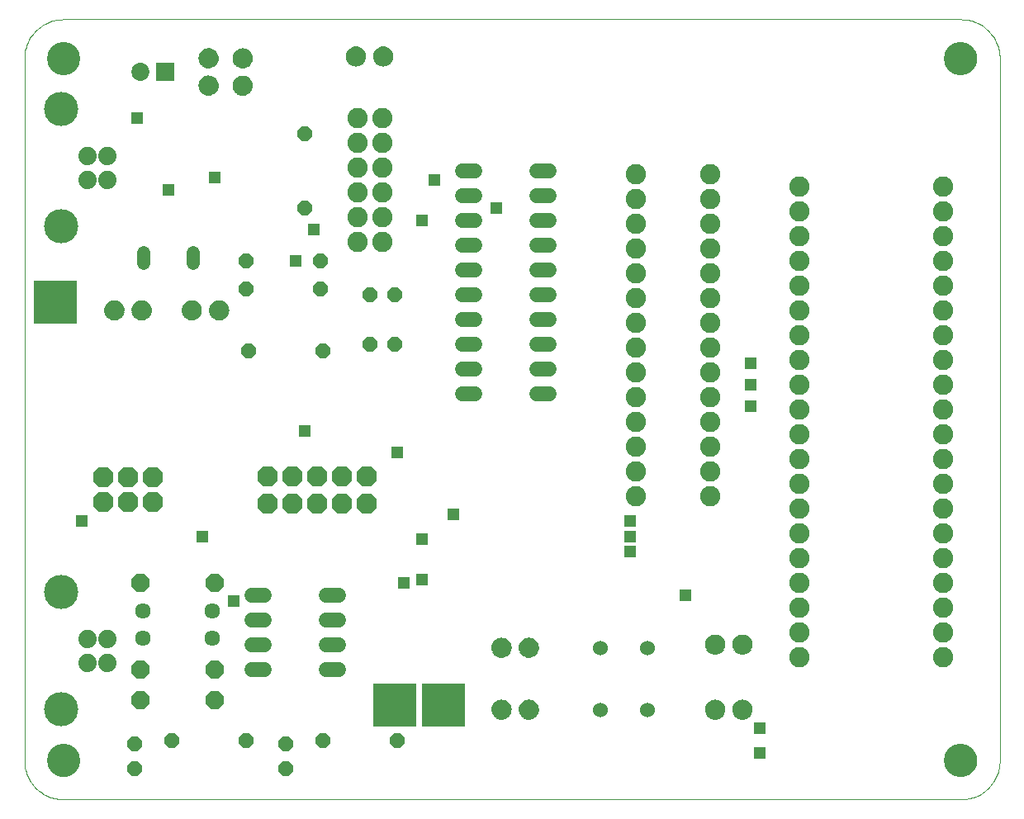
<source format=gbs>
G75*
G70*
%OFA0B0*%
%FSLAX24Y24*%
%IPPOS*%
%LPD*%
%AMOC8*
5,1,8,0,0,1.08239X$1,22.5*
%
%ADD10C,0.0000*%
%ADD11C,0.1340*%
%ADD12C,0.0520*%
%ADD13C,0.0050*%
%ADD14C,0.0740*%
%ADD15C,0.1380*%
%ADD16OC8,0.0600*%
%ADD17C,0.0730*%
%ADD18R,0.0730X0.0730*%
%ADD19C,0.0600*%
%ADD20C,0.0634*%
%ADD21OC8,0.0820*%
%ADD22OC8,0.0740*%
%ADD23C,0.0820*%
%ADD24C,0.0600*%
%ADD25R,0.0476X0.0476*%
%ADD26R,0.1740X0.1740*%
D10*
X006206Y003416D02*
X042426Y003416D01*
X041796Y004990D02*
X041798Y005040D01*
X041804Y005090D01*
X041814Y005139D01*
X041828Y005187D01*
X041845Y005234D01*
X041866Y005279D01*
X041891Y005323D01*
X041919Y005364D01*
X041951Y005403D01*
X041985Y005440D01*
X042022Y005474D01*
X042062Y005504D01*
X042104Y005531D01*
X042148Y005555D01*
X042194Y005576D01*
X042241Y005592D01*
X042289Y005605D01*
X042339Y005614D01*
X042388Y005619D01*
X042439Y005620D01*
X042489Y005617D01*
X042538Y005610D01*
X042587Y005599D01*
X042635Y005584D01*
X042681Y005566D01*
X042726Y005544D01*
X042769Y005518D01*
X042810Y005489D01*
X042849Y005457D01*
X042885Y005422D01*
X042917Y005384D01*
X042947Y005344D01*
X042974Y005301D01*
X042997Y005257D01*
X043016Y005211D01*
X043032Y005163D01*
X043044Y005114D01*
X043052Y005065D01*
X043056Y005015D01*
X043056Y004965D01*
X043052Y004915D01*
X043044Y004866D01*
X043032Y004817D01*
X043016Y004769D01*
X042997Y004723D01*
X042974Y004679D01*
X042947Y004636D01*
X042917Y004596D01*
X042885Y004558D01*
X042849Y004523D01*
X042810Y004491D01*
X042769Y004462D01*
X042726Y004436D01*
X042681Y004414D01*
X042635Y004396D01*
X042587Y004381D01*
X042538Y004370D01*
X042489Y004363D01*
X042439Y004360D01*
X042388Y004361D01*
X042339Y004366D01*
X042289Y004375D01*
X042241Y004388D01*
X042194Y004404D01*
X042148Y004425D01*
X042104Y004449D01*
X042062Y004476D01*
X042022Y004506D01*
X041985Y004540D01*
X041951Y004577D01*
X041919Y004616D01*
X041891Y004657D01*
X041866Y004701D01*
X041845Y004746D01*
X041828Y004793D01*
X041814Y004841D01*
X041804Y004890D01*
X041798Y004940D01*
X041796Y004990D01*
X042426Y003415D02*
X042503Y003417D01*
X042580Y003423D01*
X042657Y003432D01*
X042733Y003445D01*
X042809Y003462D01*
X042883Y003483D01*
X042957Y003507D01*
X043029Y003535D01*
X043099Y003566D01*
X043168Y003601D01*
X043236Y003639D01*
X043301Y003680D01*
X043364Y003725D01*
X043425Y003773D01*
X043484Y003823D01*
X043540Y003876D01*
X043593Y003932D01*
X043643Y003991D01*
X043691Y004052D01*
X043736Y004115D01*
X043777Y004180D01*
X043815Y004248D01*
X043850Y004317D01*
X043881Y004387D01*
X043909Y004459D01*
X043933Y004533D01*
X043954Y004607D01*
X043971Y004683D01*
X043984Y004759D01*
X043993Y004836D01*
X043999Y004913D01*
X044001Y004990D01*
X044001Y033337D01*
X041796Y033337D02*
X041798Y033387D01*
X041804Y033437D01*
X041814Y033486D01*
X041828Y033534D01*
X041845Y033581D01*
X041866Y033626D01*
X041891Y033670D01*
X041919Y033711D01*
X041951Y033750D01*
X041985Y033787D01*
X042022Y033821D01*
X042062Y033851D01*
X042104Y033878D01*
X042148Y033902D01*
X042194Y033923D01*
X042241Y033939D01*
X042289Y033952D01*
X042339Y033961D01*
X042388Y033966D01*
X042439Y033967D01*
X042489Y033964D01*
X042538Y033957D01*
X042587Y033946D01*
X042635Y033931D01*
X042681Y033913D01*
X042726Y033891D01*
X042769Y033865D01*
X042810Y033836D01*
X042849Y033804D01*
X042885Y033769D01*
X042917Y033731D01*
X042947Y033691D01*
X042974Y033648D01*
X042997Y033604D01*
X043016Y033558D01*
X043032Y033510D01*
X043044Y033461D01*
X043052Y033412D01*
X043056Y033362D01*
X043056Y033312D01*
X043052Y033262D01*
X043044Y033213D01*
X043032Y033164D01*
X043016Y033116D01*
X042997Y033070D01*
X042974Y033026D01*
X042947Y032983D01*
X042917Y032943D01*
X042885Y032905D01*
X042849Y032870D01*
X042810Y032838D01*
X042769Y032809D01*
X042726Y032783D01*
X042681Y032761D01*
X042635Y032743D01*
X042587Y032728D01*
X042538Y032717D01*
X042489Y032710D01*
X042439Y032707D01*
X042388Y032708D01*
X042339Y032713D01*
X042289Y032722D01*
X042241Y032735D01*
X042194Y032751D01*
X042148Y032772D01*
X042104Y032796D01*
X042062Y032823D01*
X042022Y032853D01*
X041985Y032887D01*
X041951Y032924D01*
X041919Y032963D01*
X041891Y033004D01*
X041866Y033048D01*
X041845Y033093D01*
X041828Y033140D01*
X041814Y033188D01*
X041804Y033237D01*
X041798Y033287D01*
X041796Y033337D01*
X042426Y034912D02*
X042503Y034910D01*
X042580Y034904D01*
X042657Y034895D01*
X042733Y034882D01*
X042809Y034865D01*
X042883Y034844D01*
X042957Y034820D01*
X043029Y034792D01*
X043099Y034761D01*
X043168Y034726D01*
X043236Y034688D01*
X043301Y034647D01*
X043364Y034602D01*
X043425Y034554D01*
X043484Y034504D01*
X043540Y034451D01*
X043593Y034395D01*
X043643Y034336D01*
X043691Y034275D01*
X043736Y034212D01*
X043777Y034147D01*
X043815Y034079D01*
X043850Y034010D01*
X043881Y033940D01*
X043909Y033868D01*
X043933Y033794D01*
X043954Y033720D01*
X043971Y033644D01*
X043984Y033568D01*
X043993Y033491D01*
X043999Y033414D01*
X044001Y033337D01*
X042426Y034912D02*
X006206Y034912D01*
X005576Y033337D02*
X005578Y033387D01*
X005584Y033437D01*
X005594Y033486D01*
X005608Y033534D01*
X005625Y033581D01*
X005646Y033626D01*
X005671Y033670D01*
X005699Y033711D01*
X005731Y033750D01*
X005765Y033787D01*
X005802Y033821D01*
X005842Y033851D01*
X005884Y033878D01*
X005928Y033902D01*
X005974Y033923D01*
X006021Y033939D01*
X006069Y033952D01*
X006119Y033961D01*
X006168Y033966D01*
X006219Y033967D01*
X006269Y033964D01*
X006318Y033957D01*
X006367Y033946D01*
X006415Y033931D01*
X006461Y033913D01*
X006506Y033891D01*
X006549Y033865D01*
X006590Y033836D01*
X006629Y033804D01*
X006665Y033769D01*
X006697Y033731D01*
X006727Y033691D01*
X006754Y033648D01*
X006777Y033604D01*
X006796Y033558D01*
X006812Y033510D01*
X006824Y033461D01*
X006832Y033412D01*
X006836Y033362D01*
X006836Y033312D01*
X006832Y033262D01*
X006824Y033213D01*
X006812Y033164D01*
X006796Y033116D01*
X006777Y033070D01*
X006754Y033026D01*
X006727Y032983D01*
X006697Y032943D01*
X006665Y032905D01*
X006629Y032870D01*
X006590Y032838D01*
X006549Y032809D01*
X006506Y032783D01*
X006461Y032761D01*
X006415Y032743D01*
X006367Y032728D01*
X006318Y032717D01*
X006269Y032710D01*
X006219Y032707D01*
X006168Y032708D01*
X006119Y032713D01*
X006069Y032722D01*
X006021Y032735D01*
X005974Y032751D01*
X005928Y032772D01*
X005884Y032796D01*
X005842Y032823D01*
X005802Y032853D01*
X005765Y032887D01*
X005731Y032924D01*
X005699Y032963D01*
X005671Y033004D01*
X005646Y033048D01*
X005625Y033093D01*
X005608Y033140D01*
X005594Y033188D01*
X005584Y033237D01*
X005578Y033287D01*
X005576Y033337D01*
X004631Y033337D02*
X004633Y033414D01*
X004639Y033491D01*
X004648Y033568D01*
X004661Y033644D01*
X004678Y033720D01*
X004699Y033794D01*
X004723Y033868D01*
X004751Y033940D01*
X004782Y034010D01*
X004817Y034079D01*
X004855Y034147D01*
X004896Y034212D01*
X004941Y034275D01*
X004989Y034336D01*
X005039Y034395D01*
X005092Y034451D01*
X005148Y034504D01*
X005207Y034554D01*
X005268Y034602D01*
X005331Y034647D01*
X005396Y034688D01*
X005464Y034726D01*
X005533Y034761D01*
X005603Y034792D01*
X005675Y034820D01*
X005749Y034844D01*
X005823Y034865D01*
X005899Y034882D01*
X005975Y034895D01*
X006052Y034904D01*
X006129Y034910D01*
X006206Y034912D01*
X004631Y033337D02*
X004631Y004990D01*
X005576Y004990D02*
X005578Y005040D01*
X005584Y005090D01*
X005594Y005139D01*
X005608Y005187D01*
X005625Y005234D01*
X005646Y005279D01*
X005671Y005323D01*
X005699Y005364D01*
X005731Y005403D01*
X005765Y005440D01*
X005802Y005474D01*
X005842Y005504D01*
X005884Y005531D01*
X005928Y005555D01*
X005974Y005576D01*
X006021Y005592D01*
X006069Y005605D01*
X006119Y005614D01*
X006168Y005619D01*
X006219Y005620D01*
X006269Y005617D01*
X006318Y005610D01*
X006367Y005599D01*
X006415Y005584D01*
X006461Y005566D01*
X006506Y005544D01*
X006549Y005518D01*
X006590Y005489D01*
X006629Y005457D01*
X006665Y005422D01*
X006697Y005384D01*
X006727Y005344D01*
X006754Y005301D01*
X006777Y005257D01*
X006796Y005211D01*
X006812Y005163D01*
X006824Y005114D01*
X006832Y005065D01*
X006836Y005015D01*
X006836Y004965D01*
X006832Y004915D01*
X006824Y004866D01*
X006812Y004817D01*
X006796Y004769D01*
X006777Y004723D01*
X006754Y004679D01*
X006727Y004636D01*
X006697Y004596D01*
X006665Y004558D01*
X006629Y004523D01*
X006590Y004491D01*
X006549Y004462D01*
X006506Y004436D01*
X006461Y004414D01*
X006415Y004396D01*
X006367Y004381D01*
X006318Y004370D01*
X006269Y004363D01*
X006219Y004360D01*
X006168Y004361D01*
X006119Y004366D01*
X006069Y004375D01*
X006021Y004388D01*
X005974Y004404D01*
X005928Y004425D01*
X005884Y004449D01*
X005842Y004476D01*
X005802Y004506D01*
X005765Y004540D01*
X005731Y004577D01*
X005699Y004616D01*
X005671Y004657D01*
X005646Y004701D01*
X005625Y004746D01*
X005608Y004793D01*
X005594Y004841D01*
X005584Y004890D01*
X005578Y004940D01*
X005576Y004990D01*
X004631Y004990D02*
X004633Y004913D01*
X004639Y004836D01*
X004648Y004759D01*
X004661Y004683D01*
X004678Y004607D01*
X004699Y004533D01*
X004723Y004459D01*
X004751Y004387D01*
X004782Y004317D01*
X004817Y004248D01*
X004855Y004180D01*
X004896Y004115D01*
X004941Y004052D01*
X004989Y003991D01*
X005039Y003932D01*
X005092Y003876D01*
X005148Y003823D01*
X005207Y003773D01*
X005268Y003725D01*
X005331Y003680D01*
X005396Y003639D01*
X005464Y003601D01*
X005533Y003566D01*
X005603Y003535D01*
X005675Y003507D01*
X005749Y003483D01*
X005823Y003462D01*
X005899Y003445D01*
X005975Y003432D01*
X006052Y003423D01*
X006129Y003417D01*
X006206Y003415D01*
D11*
X006206Y004990D03*
X042426Y004990D03*
X042426Y033337D03*
X006206Y033337D03*
D12*
X009441Y025509D02*
X009441Y025069D01*
X011441Y025069D02*
X011441Y025509D01*
D13*
X011388Y023541D02*
X011454Y023534D01*
X011517Y023516D01*
X011577Y023487D01*
X011630Y023448D01*
X011677Y023401D01*
X011714Y023346D01*
X011741Y023286D01*
X011757Y023222D01*
X011762Y023156D01*
X011754Y023084D01*
X011732Y023015D01*
X011697Y022951D01*
X011651Y022896D01*
X011594Y022851D01*
X011530Y022817D01*
X011461Y022797D01*
X011389Y022791D01*
X011316Y022797D01*
X011246Y022817D01*
X011182Y022850D01*
X011125Y022896D01*
X011078Y022951D01*
X011043Y023015D01*
X011021Y023084D01*
X011013Y023157D01*
X011018Y023223D01*
X011034Y023287D01*
X011061Y023347D01*
X011099Y023402D01*
X011145Y023449D01*
X011199Y023488D01*
X011258Y023516D01*
X011322Y023534D01*
X011388Y023541D01*
X011446Y023535D02*
X011328Y023535D01*
X011197Y023486D02*
X011578Y023486D01*
X011641Y023438D02*
X011134Y023438D01*
X011090Y023389D02*
X011684Y023389D01*
X011716Y023341D02*
X011059Y023341D01*
X011037Y023292D02*
X011738Y023292D01*
X011751Y023244D02*
X011023Y023244D01*
X011016Y023195D02*
X011759Y023195D01*
X011761Y023147D02*
X011014Y023147D01*
X011019Y023098D02*
X011755Y023098D01*
X011743Y023050D02*
X011032Y023050D01*
X011051Y023001D02*
X011725Y023001D01*
X011698Y022953D02*
X011077Y022953D01*
X011118Y022904D02*
X011658Y022904D01*
X011601Y022856D02*
X011175Y022856D01*
X011280Y022807D02*
X011496Y022807D01*
X012145Y023015D02*
X012123Y023084D01*
X012115Y023157D01*
X012120Y023223D01*
X012136Y023287D01*
X012163Y023347D01*
X012201Y023402D01*
X012247Y023449D01*
X012301Y023488D01*
X012360Y023516D01*
X012424Y023534D01*
X012490Y023541D01*
X012556Y023534D01*
X012619Y023516D01*
X012679Y023487D01*
X012732Y023448D01*
X012779Y023401D01*
X012816Y023346D01*
X012843Y023286D01*
X012859Y023222D01*
X012864Y023156D01*
X012856Y023084D01*
X012834Y023015D01*
X012799Y022951D01*
X012753Y022896D01*
X012696Y022851D01*
X012632Y022817D01*
X012563Y022797D01*
X012491Y022791D01*
X012418Y022797D01*
X012348Y022817D01*
X012284Y022850D01*
X012227Y022896D01*
X012180Y022951D01*
X012145Y023015D01*
X012153Y023001D02*
X012827Y023001D01*
X012845Y023050D02*
X012134Y023050D01*
X012121Y023098D02*
X012858Y023098D01*
X012863Y023147D02*
X012116Y023147D01*
X012118Y023195D02*
X012861Y023195D01*
X012853Y023244D02*
X012125Y023244D01*
X012139Y023292D02*
X012840Y023292D01*
X012818Y023341D02*
X012161Y023341D01*
X012192Y023389D02*
X012786Y023389D01*
X012743Y023438D02*
X012236Y023438D01*
X012299Y023486D02*
X012680Y023486D01*
X012548Y023535D02*
X012430Y023535D01*
X012179Y022953D02*
X012800Y022953D01*
X012760Y022904D02*
X012220Y022904D01*
X012277Y022856D02*
X012703Y022856D01*
X012598Y022807D02*
X012382Y022807D01*
X009733Y023098D02*
X008996Y023098D01*
X008998Y023084D02*
X008990Y023157D01*
X008995Y023223D01*
X009011Y023287D01*
X009038Y023347D01*
X009076Y023402D01*
X009122Y023449D01*
X009176Y023488D01*
X009235Y023516D01*
X009299Y023534D01*
X009365Y023541D01*
X009431Y023534D01*
X009494Y023516D01*
X009554Y023487D01*
X009607Y023448D01*
X009654Y023401D01*
X009691Y023346D01*
X009718Y023286D01*
X009734Y023222D01*
X009739Y023156D01*
X009731Y023084D01*
X009709Y023015D01*
X009674Y022951D01*
X009628Y022896D01*
X009571Y022851D01*
X009507Y022817D01*
X009438Y022797D01*
X009366Y022791D01*
X009293Y022797D01*
X009223Y022817D01*
X009159Y022850D01*
X009102Y022896D01*
X009055Y022951D01*
X009020Y023015D01*
X008998Y023084D01*
X009009Y023050D02*
X009720Y023050D01*
X009702Y023001D02*
X009028Y023001D01*
X009054Y022953D02*
X009675Y022953D01*
X009635Y022904D02*
X009095Y022904D01*
X009152Y022856D02*
X009578Y022856D01*
X009473Y022807D02*
X009257Y022807D01*
X008991Y023147D02*
X009738Y023147D01*
X009736Y023195D02*
X008993Y023195D01*
X009000Y023244D02*
X009728Y023244D01*
X009715Y023292D02*
X009014Y023292D01*
X009036Y023341D02*
X009693Y023341D01*
X009661Y023389D02*
X009067Y023389D01*
X009111Y023438D02*
X009618Y023438D01*
X009555Y023486D02*
X009174Y023486D01*
X009305Y023535D02*
X009423Y023535D01*
X008616Y023286D02*
X008632Y023222D01*
X008637Y023156D01*
X008629Y023084D01*
X008607Y023015D01*
X008572Y022951D01*
X008526Y022896D01*
X008469Y022851D01*
X008405Y022817D01*
X008336Y022797D01*
X008264Y022791D01*
X008191Y022797D01*
X008121Y022817D01*
X008057Y022850D01*
X008000Y022896D01*
X007953Y022951D01*
X007918Y023015D01*
X007896Y023084D01*
X007888Y023157D01*
X007893Y023223D01*
X007909Y023287D01*
X007936Y023347D01*
X007974Y023402D01*
X008020Y023449D01*
X008074Y023488D01*
X008133Y023516D01*
X008197Y023534D01*
X008263Y023541D01*
X008329Y023534D01*
X008392Y023516D01*
X008452Y023487D01*
X008505Y023448D01*
X008552Y023401D01*
X008589Y023346D01*
X008616Y023286D01*
X008613Y023292D02*
X007912Y023292D01*
X007898Y023244D02*
X008626Y023244D01*
X008634Y023195D02*
X007891Y023195D01*
X007889Y023147D02*
X008636Y023147D01*
X008630Y023098D02*
X007894Y023098D01*
X007907Y023050D02*
X008618Y023050D01*
X008600Y023001D02*
X007926Y023001D01*
X007952Y022953D02*
X008573Y022953D01*
X008533Y022904D02*
X007993Y022904D01*
X008050Y022856D02*
X008476Y022856D01*
X008371Y022807D02*
X008155Y022807D01*
X007934Y023341D02*
X008591Y023341D01*
X008559Y023389D02*
X007965Y023389D01*
X008009Y023438D02*
X008516Y023438D01*
X008453Y023486D02*
X008072Y023486D01*
X008203Y023535D02*
X008321Y023535D01*
X011917Y031895D02*
X011853Y031930D01*
X011798Y031977D01*
X011753Y032033D01*
X011719Y032097D01*
X011699Y032167D01*
X011693Y032239D01*
X011699Y032311D01*
X011719Y032381D01*
X011752Y032446D01*
X011798Y032502D01*
X011853Y032549D01*
X011917Y032584D01*
X011986Y032606D01*
X012059Y032615D01*
X012125Y032610D01*
X012189Y032593D01*
X012249Y032566D01*
X012304Y032529D01*
X012351Y032483D01*
X012390Y032429D01*
X012418Y032369D01*
X012436Y032305D01*
X012443Y032240D01*
X012436Y032174D01*
X012418Y032110D01*
X012389Y032051D01*
X012350Y031997D01*
X012303Y031951D01*
X012248Y031914D01*
X012188Y031887D01*
X012124Y031870D01*
X012058Y031866D01*
X011986Y031873D01*
X011917Y031895D01*
X011975Y031877D02*
X012149Y031877D01*
X012265Y031925D02*
X011862Y031925D01*
X011801Y031974D02*
X012327Y031974D01*
X012369Y032022D02*
X011761Y032022D01*
X011733Y032071D02*
X012399Y032071D01*
X012421Y032119D02*
X011713Y032119D01*
X011699Y032168D02*
X012434Y032168D01*
X012440Y032216D02*
X011695Y032216D01*
X011695Y032265D02*
X012440Y032265D01*
X012434Y032313D02*
X011699Y032313D01*
X011714Y032362D02*
X012420Y032362D01*
X012399Y032410D02*
X011734Y032410D01*
X011763Y032459D02*
X012368Y032459D01*
X012326Y032507D02*
X011804Y032507D01*
X011865Y032556D02*
X012264Y032556D01*
X012146Y032604D02*
X011979Y032604D01*
X011986Y032975D02*
X011917Y032997D01*
X011853Y033032D01*
X011798Y033079D01*
X011753Y033135D01*
X011719Y033199D01*
X011699Y033269D01*
X011693Y033341D01*
X011699Y033413D01*
X011719Y033483D01*
X011752Y033548D01*
X011798Y033604D01*
X011853Y033651D01*
X011917Y033686D01*
X011986Y033709D01*
X012059Y033717D01*
X012125Y033712D01*
X012189Y033695D01*
X012249Y033668D01*
X012304Y033631D01*
X012351Y033585D01*
X012390Y033531D01*
X012418Y033471D01*
X012436Y033407D01*
X012443Y033342D01*
X012436Y033276D01*
X012418Y033212D01*
X012389Y033153D01*
X012350Y033099D01*
X012303Y033053D01*
X012248Y033016D01*
X012188Y032989D01*
X012124Y032972D01*
X012058Y032968D01*
X011986Y032975D01*
X011933Y032992D02*
X012196Y032992D01*
X012285Y033041D02*
X011843Y033041D01*
X011789Y033089D02*
X012340Y033089D01*
X012378Y033138D02*
X011751Y033138D01*
X011726Y033186D02*
X012405Y033186D01*
X012424Y033235D02*
X011709Y033235D01*
X011698Y033283D02*
X012437Y033283D01*
X012442Y033332D02*
X011693Y033332D01*
X011696Y033380D02*
X012439Y033380D01*
X012430Y033429D02*
X011703Y033429D01*
X011717Y033477D02*
X012415Y033477D01*
X012392Y033526D02*
X011741Y033526D01*
X011774Y033574D02*
X012358Y033574D01*
X012312Y033623D02*
X011820Y033623D01*
X011890Y033671D02*
X012242Y033671D01*
X013078Y033429D02*
X013802Y033429D01*
X013807Y033411D02*
X013814Y033339D01*
X013808Y033266D01*
X013787Y033196D01*
X013754Y033132D01*
X013709Y033075D01*
X013653Y033028D01*
X013589Y032993D01*
X013520Y032971D01*
X013448Y032963D01*
X013382Y032968D01*
X013318Y032984D01*
X013257Y033011D01*
X013203Y033049D01*
X013155Y033095D01*
X013117Y033149D01*
X013088Y033208D01*
X013070Y033272D01*
X013064Y033338D01*
X013070Y033403D01*
X013089Y033467D01*
X013117Y033527D01*
X013156Y033580D01*
X013204Y033626D01*
X013258Y033664D01*
X013319Y033691D01*
X013383Y033707D01*
X013449Y033712D01*
X013521Y033704D01*
X013590Y033682D01*
X013653Y033647D01*
X013709Y033601D01*
X013754Y033544D01*
X013787Y033480D01*
X013807Y033411D01*
X013810Y033380D02*
X013068Y033380D01*
X013064Y033332D02*
X013813Y033332D01*
X013809Y033283D02*
X013069Y033283D01*
X013081Y033235D02*
X013799Y033235D01*
X013782Y033186D02*
X013099Y033186D01*
X013125Y033138D02*
X013757Y033138D01*
X013720Y033089D02*
X013161Y033089D01*
X013214Y033041D02*
X013668Y033041D01*
X013588Y032992D02*
X013299Y032992D01*
X013383Y032605D02*
X013449Y032610D01*
X013521Y032602D01*
X013590Y032580D01*
X013653Y032545D01*
X013709Y032499D01*
X013754Y032442D01*
X013787Y032378D01*
X013807Y032309D01*
X013814Y032237D01*
X013808Y032164D01*
X013787Y032094D01*
X013754Y032030D01*
X013709Y031973D01*
X013653Y031926D01*
X013589Y031891D01*
X013520Y031869D01*
X013448Y031861D01*
X013382Y031866D01*
X013318Y031882D01*
X013257Y031909D01*
X013203Y031947D01*
X013155Y031993D01*
X013117Y032047D01*
X013088Y032106D01*
X013070Y032170D01*
X013064Y032236D01*
X013070Y032301D01*
X013089Y032365D01*
X013117Y032425D01*
X013156Y032478D01*
X013204Y032524D01*
X013258Y032562D01*
X013319Y032589D01*
X013383Y032605D01*
X013380Y032604D02*
X013498Y032604D01*
X013634Y032556D02*
X013250Y032556D01*
X013186Y032507D02*
X013698Y032507D01*
X013741Y032459D02*
X013142Y032459D01*
X013110Y032410D02*
X013771Y032410D01*
X013792Y032362D02*
X013088Y032362D01*
X013074Y032313D02*
X013806Y032313D01*
X013811Y032265D02*
X013067Y032265D01*
X013066Y032216D02*
X013812Y032216D01*
X013808Y032168D02*
X013071Y032168D01*
X013084Y032119D02*
X013795Y032119D01*
X013775Y032071D02*
X013105Y032071D01*
X013134Y032022D02*
X013748Y032022D01*
X013709Y031974D02*
X013175Y031974D01*
X013234Y031925D02*
X013652Y031925D01*
X013545Y031877D02*
X013338Y031877D01*
X013093Y033477D02*
X013788Y033477D01*
X013764Y033526D02*
X013117Y033526D01*
X013152Y033574D02*
X013730Y033574D01*
X013682Y033623D02*
X013200Y033623D01*
X013275Y033671D02*
X013609Y033671D01*
X017638Y033407D02*
X017643Y033473D01*
X017659Y033537D01*
X017686Y033597D01*
X017724Y033652D01*
X017770Y033699D01*
X017824Y033738D01*
X017883Y033766D01*
X017947Y033784D01*
X018013Y033791D01*
X018079Y033784D01*
X018142Y033766D01*
X018202Y033737D01*
X018255Y033698D01*
X018302Y033651D01*
X018339Y033596D01*
X018366Y033536D01*
X018382Y033472D01*
X018387Y033406D01*
X018379Y033334D01*
X018357Y033265D01*
X018322Y033201D01*
X018276Y033146D01*
X018219Y033101D01*
X018155Y033067D01*
X018086Y033047D01*
X018014Y033041D01*
X017941Y033047D01*
X017871Y033067D01*
X017807Y033100D01*
X017750Y033146D01*
X017703Y033201D01*
X017668Y033265D01*
X017646Y033334D01*
X017638Y033407D01*
X017639Y033429D02*
X018385Y033429D01*
X018381Y033477D02*
X017644Y033477D01*
X017656Y033526D02*
X018368Y033526D01*
X018348Y033574D02*
X017676Y033574D01*
X017704Y033623D02*
X018321Y033623D01*
X018282Y033671D02*
X017743Y033671D01*
X017799Y033720D02*
X018226Y033720D01*
X018134Y033768D02*
X017890Y033768D01*
X017641Y033380D02*
X018384Y033380D01*
X018378Y033332D02*
X017647Y033332D01*
X017662Y033283D02*
X018363Y033283D01*
X018341Y033235D02*
X017685Y033235D01*
X017716Y033186D02*
X018310Y033186D01*
X018266Y033138D02*
X017760Y033138D01*
X017828Y033089D02*
X018198Y033089D01*
X018015Y033041D02*
X018012Y033041D01*
X018764Y033283D02*
X019465Y033283D01*
X019459Y033265D02*
X019481Y033334D01*
X019489Y033406D01*
X019484Y033472D01*
X019468Y033536D01*
X019441Y033596D01*
X019404Y033651D01*
X019357Y033698D01*
X019304Y033737D01*
X019244Y033766D01*
X019181Y033784D01*
X019115Y033791D01*
X019049Y033784D01*
X018985Y033766D01*
X018926Y033738D01*
X018872Y033699D01*
X018826Y033652D01*
X018788Y033597D01*
X018761Y033537D01*
X018745Y033473D01*
X018740Y033407D01*
X018748Y033334D01*
X018770Y033265D01*
X018805Y033201D01*
X018852Y033146D01*
X018909Y033100D01*
X018973Y033067D01*
X019043Y033047D01*
X019116Y033041D01*
X019188Y033047D01*
X019257Y033067D01*
X019321Y033101D01*
X019378Y033146D01*
X019424Y033201D01*
X019459Y033265D01*
X019443Y033235D02*
X018787Y033235D01*
X018818Y033186D02*
X019412Y033186D01*
X019368Y033138D02*
X018862Y033138D01*
X018930Y033089D02*
X019300Y033089D01*
X019117Y033041D02*
X019114Y033041D01*
X018749Y033332D02*
X019480Y033332D01*
X019486Y033380D02*
X018743Y033380D01*
X018741Y033429D02*
X019487Y033429D01*
X019483Y033477D02*
X018746Y033477D01*
X018758Y033526D02*
X019470Y033526D01*
X019450Y033574D02*
X018778Y033574D01*
X018806Y033623D02*
X019423Y033623D01*
X019384Y033671D02*
X018845Y033671D01*
X018901Y033720D02*
X019328Y033720D01*
X019236Y033768D02*
X018993Y033768D01*
X023819Y009905D02*
X023891Y009912D01*
X023963Y009906D01*
X024033Y009885D01*
X024098Y009852D01*
X024155Y009807D01*
X024201Y009751D01*
X024237Y009687D01*
X024259Y009618D01*
X024267Y009546D01*
X024262Y009480D01*
X024245Y009416D01*
X024218Y009355D01*
X024181Y009301D01*
X024135Y009253D01*
X024081Y009215D01*
X024021Y009186D01*
X023958Y009168D01*
X023892Y009162D01*
X023826Y009168D01*
X023762Y009186D01*
X023703Y009215D01*
X023649Y009254D01*
X023603Y009301D01*
X023566Y009356D01*
X023539Y009417D01*
X023523Y009481D01*
X023518Y009547D01*
X023526Y009619D01*
X023547Y009688D01*
X023582Y009751D01*
X023629Y009806D01*
X023685Y009852D01*
X023749Y009885D01*
X023819Y009905D01*
X023827Y009906D02*
X023956Y009906D01*
X024087Y009858D02*
X023696Y009858D01*
X023632Y009809D02*
X024151Y009809D01*
X024193Y009761D02*
X023590Y009761D01*
X023561Y009712D02*
X024223Y009712D01*
X024244Y009664D02*
X023540Y009664D01*
X023525Y009615D02*
X024259Y009615D01*
X024264Y009567D02*
X023520Y009567D01*
X023520Y009518D02*
X024265Y009518D01*
X024259Y009470D02*
X023525Y009470D01*
X023538Y009421D02*
X024247Y009421D01*
X024226Y009373D02*
X023558Y009373D01*
X023588Y009324D02*
X024197Y009324D01*
X024156Y009276D02*
X023628Y009276D01*
X023686Y009227D02*
X024098Y009227D01*
X023995Y009179D02*
X023790Y009179D01*
X024641Y009417D02*
X024625Y009481D01*
X024620Y009547D01*
X024628Y009619D01*
X024649Y009688D01*
X024684Y009751D01*
X024731Y009806D01*
X024787Y009852D01*
X024851Y009885D01*
X024921Y009905D01*
X024993Y009912D01*
X025065Y009906D01*
X025135Y009885D01*
X025200Y009852D01*
X025257Y009807D01*
X025303Y009751D01*
X025339Y009687D01*
X025361Y009618D01*
X025369Y009546D01*
X025364Y009480D01*
X025347Y009416D01*
X025320Y009355D01*
X025283Y009301D01*
X025237Y009253D01*
X025183Y009215D01*
X025123Y009186D01*
X025060Y009168D01*
X024994Y009162D01*
X024928Y009168D01*
X024864Y009186D01*
X024805Y009215D01*
X024751Y009254D01*
X024705Y009301D01*
X024668Y009356D01*
X024641Y009417D01*
X024640Y009421D02*
X025349Y009421D01*
X025361Y009470D02*
X024627Y009470D01*
X024622Y009518D02*
X025367Y009518D01*
X025366Y009567D02*
X024622Y009567D01*
X024627Y009615D02*
X025361Y009615D01*
X025346Y009664D02*
X024642Y009664D01*
X024663Y009712D02*
X025325Y009712D01*
X025295Y009761D02*
X024692Y009761D01*
X024734Y009809D02*
X025253Y009809D01*
X025189Y009858D02*
X024798Y009858D01*
X024929Y009906D02*
X025058Y009906D01*
X025328Y009373D02*
X024660Y009373D01*
X024690Y009324D02*
X025299Y009324D01*
X025258Y009276D02*
X024730Y009276D01*
X024788Y009227D02*
X025200Y009227D01*
X025097Y009179D02*
X024892Y009179D01*
X024993Y007412D02*
X024921Y007405D01*
X024851Y007385D01*
X024787Y007352D01*
X024731Y007306D01*
X024684Y007251D01*
X024649Y007188D01*
X024628Y007119D01*
X024620Y007047D01*
X024625Y006981D01*
X024641Y006917D01*
X024668Y006856D01*
X024705Y006801D01*
X024751Y006754D01*
X024805Y006715D01*
X024864Y006686D01*
X024928Y006668D01*
X024994Y006662D01*
X025060Y006668D01*
X025123Y006686D01*
X025183Y006715D01*
X025237Y006753D01*
X025283Y006801D01*
X025320Y006855D01*
X025347Y006916D01*
X025364Y006980D01*
X025369Y007046D01*
X025361Y007118D01*
X025339Y007187D01*
X025303Y007251D01*
X025257Y007307D01*
X025200Y007352D01*
X025135Y007385D01*
X025065Y007406D01*
X024993Y007412D01*
X024849Y007384D02*
X025137Y007384D01*
X025220Y007336D02*
X024767Y007336D01*
X024714Y007287D02*
X025273Y007287D01*
X025310Y007239D02*
X024677Y007239D01*
X024651Y007190D02*
X025337Y007190D01*
X025353Y007142D02*
X024635Y007142D01*
X024625Y007093D02*
X025363Y007093D01*
X025369Y007045D02*
X024620Y007045D01*
X024623Y006996D02*
X025365Y006996D01*
X025356Y006948D02*
X024633Y006948D01*
X024649Y006899D02*
X025340Y006899D01*
X025317Y006851D02*
X024672Y006851D01*
X024705Y006802D02*
X025284Y006802D01*
X025237Y006754D02*
X024752Y006754D01*
X024826Y006705D02*
X025163Y006705D01*
X024254Y006948D02*
X023531Y006948D01*
X023539Y006917D02*
X023523Y006981D01*
X023518Y007047D01*
X023526Y007119D01*
X023547Y007188D01*
X023582Y007251D01*
X023629Y007306D01*
X023685Y007352D01*
X023749Y007385D01*
X023819Y007405D01*
X023891Y007412D01*
X023963Y007406D01*
X024033Y007385D01*
X024098Y007352D01*
X024155Y007307D01*
X024201Y007251D01*
X024237Y007187D01*
X024259Y007118D01*
X024267Y007046D01*
X024262Y006980D01*
X024245Y006916D01*
X024218Y006855D01*
X024181Y006801D01*
X024135Y006753D01*
X024081Y006715D01*
X024021Y006686D01*
X023958Y006668D01*
X023892Y006662D01*
X023826Y006668D01*
X023762Y006686D01*
X023703Y006715D01*
X023649Y006754D01*
X023603Y006801D01*
X023566Y006856D01*
X023539Y006917D01*
X023547Y006899D02*
X024238Y006899D01*
X024215Y006851D02*
X023570Y006851D01*
X023602Y006802D02*
X024182Y006802D01*
X024135Y006754D02*
X023650Y006754D01*
X023724Y006705D02*
X024061Y006705D01*
X024263Y006996D02*
X023521Y006996D01*
X023518Y007045D02*
X024267Y007045D01*
X024261Y007093D02*
X023523Y007093D01*
X023533Y007142D02*
X024251Y007142D01*
X024235Y007190D02*
X023549Y007190D01*
X023575Y007239D02*
X024208Y007239D01*
X024171Y007287D02*
X023612Y007287D01*
X023665Y007336D02*
X024118Y007336D01*
X024035Y007384D02*
X023747Y007384D01*
X032138Y007032D02*
X032143Y007098D01*
X032159Y007162D01*
X032186Y007222D01*
X032224Y007277D01*
X032270Y007324D01*
X032324Y007363D01*
X032383Y007391D01*
X032447Y007409D01*
X032513Y007416D01*
X032579Y007409D01*
X032642Y007391D01*
X032702Y007362D01*
X032755Y007323D01*
X032802Y007276D01*
X032839Y007221D01*
X032866Y007161D01*
X032882Y007097D01*
X032887Y007031D01*
X032879Y006959D01*
X032857Y006890D01*
X032822Y006826D01*
X032776Y006771D01*
X032719Y006726D01*
X032655Y006692D01*
X032586Y006672D01*
X032514Y006666D01*
X032441Y006672D01*
X032371Y006692D01*
X032307Y006725D01*
X032250Y006771D01*
X032203Y006826D01*
X032168Y006890D01*
X032146Y006959D01*
X032138Y007032D01*
X032139Y007045D02*
X032886Y007045D01*
X032882Y007093D02*
X032142Y007093D01*
X032154Y007142D02*
X032871Y007142D01*
X032853Y007190D02*
X032172Y007190D01*
X032198Y007239D02*
X032827Y007239D01*
X032791Y007287D02*
X032234Y007287D01*
X032286Y007336D02*
X032738Y007336D01*
X032656Y007384D02*
X032368Y007384D01*
X032142Y006996D02*
X032883Y006996D01*
X032875Y006948D02*
X032150Y006948D01*
X032165Y006899D02*
X032860Y006899D01*
X032836Y006851D02*
X032190Y006851D01*
X032224Y006802D02*
X032802Y006802D01*
X032754Y006754D02*
X032271Y006754D01*
X032346Y006705D02*
X032680Y006705D01*
X033270Y006890D02*
X033248Y006959D01*
X033240Y007032D01*
X033245Y007098D01*
X033261Y007162D01*
X033288Y007222D01*
X033326Y007277D01*
X033372Y007324D01*
X033426Y007363D01*
X033485Y007391D01*
X033549Y007409D01*
X033615Y007416D01*
X033681Y007409D01*
X033744Y007391D01*
X033804Y007362D01*
X033857Y007323D01*
X033904Y007276D01*
X033941Y007221D01*
X033968Y007161D01*
X033984Y007097D01*
X033989Y007031D01*
X033981Y006959D01*
X033959Y006890D01*
X033924Y006826D01*
X033878Y006771D01*
X033821Y006726D01*
X033757Y006692D01*
X033688Y006672D01*
X033616Y006666D01*
X033543Y006672D01*
X033473Y006692D01*
X033409Y006725D01*
X033352Y006771D01*
X033305Y006826D01*
X033270Y006890D01*
X033267Y006899D02*
X033962Y006899D01*
X033977Y006948D02*
X033252Y006948D01*
X033244Y006996D02*
X033985Y006996D01*
X033988Y007045D02*
X033241Y007045D01*
X033244Y007093D02*
X033984Y007093D01*
X033973Y007142D02*
X033256Y007142D01*
X033274Y007190D02*
X033955Y007190D01*
X033929Y007239D02*
X033300Y007239D01*
X033336Y007287D02*
X033893Y007287D01*
X033840Y007336D02*
X033388Y007336D01*
X033470Y007384D02*
X033758Y007384D01*
X033938Y006851D02*
X033292Y006851D01*
X033326Y006802D02*
X033904Y006802D01*
X033856Y006754D02*
X033373Y006754D01*
X033448Y006705D02*
X033782Y006705D01*
X033616Y009291D02*
X033688Y009297D01*
X033757Y009317D01*
X033821Y009351D01*
X033878Y009396D01*
X033924Y009451D01*
X033959Y009515D01*
X033981Y009584D01*
X033989Y009656D01*
X033984Y009722D01*
X033968Y009786D01*
X033941Y009846D01*
X033904Y009901D01*
X033857Y009948D01*
X033804Y009987D01*
X033744Y010016D01*
X033681Y010034D01*
X033615Y010041D01*
X033549Y010034D01*
X033485Y010016D01*
X033426Y009988D01*
X033372Y009949D01*
X033326Y009902D01*
X033288Y009847D01*
X033261Y009787D01*
X033245Y009723D01*
X033240Y009657D01*
X033248Y009584D01*
X033270Y009515D01*
X033305Y009451D01*
X033352Y009396D01*
X033409Y009350D01*
X033473Y009317D01*
X033543Y009297D01*
X033616Y009291D01*
X033771Y009324D02*
X033460Y009324D01*
X033381Y009373D02*
X033849Y009373D01*
X033899Y009421D02*
X033331Y009421D01*
X033295Y009470D02*
X033934Y009470D01*
X033960Y009518D02*
X033269Y009518D01*
X033254Y009567D02*
X033976Y009567D01*
X033984Y009615D02*
X033244Y009615D01*
X033240Y009664D02*
X033988Y009664D01*
X033985Y009712D02*
X033244Y009712D01*
X033254Y009761D02*
X033974Y009761D01*
X033957Y009809D02*
X033271Y009809D01*
X033296Y009858D02*
X033933Y009858D01*
X033898Y009906D02*
X033330Y009906D01*
X033380Y009955D02*
X033849Y009955D01*
X033771Y010003D02*
X033458Y010003D01*
X032866Y009786D02*
X032882Y009722D01*
X032887Y009656D01*
X032879Y009584D01*
X032857Y009515D01*
X032822Y009451D01*
X032776Y009396D01*
X032719Y009351D01*
X032655Y009317D01*
X032586Y009297D01*
X032514Y009291D01*
X032441Y009297D01*
X032371Y009317D01*
X032307Y009350D01*
X032250Y009396D01*
X032203Y009451D01*
X032168Y009515D01*
X032146Y009584D01*
X032138Y009657D01*
X032143Y009723D01*
X032159Y009787D01*
X032186Y009847D01*
X032224Y009902D01*
X032270Y009949D01*
X032324Y009988D01*
X032383Y010016D01*
X032447Y010034D01*
X032513Y010041D01*
X032579Y010034D01*
X032642Y010016D01*
X032702Y009987D01*
X032755Y009948D01*
X032802Y009901D01*
X032839Y009846D01*
X032866Y009786D01*
X032855Y009809D02*
X032169Y009809D01*
X032152Y009761D02*
X032872Y009761D01*
X032883Y009712D02*
X032142Y009712D01*
X032138Y009664D02*
X032886Y009664D01*
X032882Y009615D02*
X032142Y009615D01*
X032152Y009567D02*
X032874Y009567D01*
X032858Y009518D02*
X032167Y009518D01*
X032193Y009470D02*
X032832Y009470D01*
X032797Y009421D02*
X032229Y009421D01*
X032279Y009373D02*
X032747Y009373D01*
X032669Y009324D02*
X032358Y009324D01*
X032194Y009858D02*
X032831Y009858D01*
X032796Y009906D02*
X032228Y009906D01*
X032278Y009955D02*
X032747Y009955D01*
X032669Y010003D02*
X032356Y010003D01*
D14*
X007971Y009906D03*
X007191Y009906D03*
X007191Y008922D03*
X007971Y008922D03*
X007971Y028422D03*
X007191Y028422D03*
X007191Y029406D03*
X007971Y029406D03*
D15*
X006121Y031284D03*
X006121Y026544D03*
X006121Y011784D03*
X006121Y007044D03*
D16*
X009066Y005664D03*
X009066Y004664D03*
X010566Y005789D03*
X013566Y005789D03*
X015191Y005664D03*
X015191Y004664D03*
X016691Y005789D03*
X019691Y005789D03*
X016691Y021539D03*
X018566Y021789D03*
X019566Y021789D03*
X019566Y023789D03*
X018566Y023789D03*
X016566Y024039D03*
X016566Y025164D03*
X015941Y027289D03*
X013566Y025164D03*
X013566Y024039D03*
X013691Y021539D03*
X015941Y030289D03*
D17*
X009316Y032789D03*
D18*
X010316Y032789D03*
D19*
X022306Y028789D02*
X022826Y028789D01*
X022826Y027789D02*
X022306Y027789D01*
X022306Y026789D02*
X022826Y026789D01*
X022826Y025789D02*
X022306Y025789D01*
X022306Y024789D02*
X022826Y024789D01*
X022826Y023789D02*
X022306Y023789D01*
X022306Y022789D02*
X022826Y022789D01*
X022826Y021789D02*
X022306Y021789D01*
X022306Y020789D02*
X022826Y020789D01*
X022826Y019789D02*
X022306Y019789D01*
X025306Y019789D02*
X025826Y019789D01*
X025826Y020789D02*
X025306Y020789D01*
X025306Y021789D02*
X025826Y021789D01*
X025826Y022789D02*
X025306Y022789D01*
X025306Y023789D02*
X025826Y023789D01*
X025826Y024789D02*
X025306Y024789D01*
X025306Y025789D02*
X025826Y025789D01*
X025826Y026789D02*
X025306Y026789D01*
X025306Y027789D02*
X025826Y027789D01*
X025826Y028789D02*
X025306Y028789D01*
X017326Y011664D02*
X016806Y011664D01*
X016806Y010664D02*
X017326Y010664D01*
X017326Y009664D02*
X016806Y009664D01*
X016806Y008664D02*
X017326Y008664D01*
X014326Y008664D02*
X013806Y008664D01*
X013806Y009664D02*
X014326Y009664D01*
X014326Y010664D02*
X013806Y010664D01*
X013806Y011664D02*
X014326Y011664D01*
D20*
X012216Y011039D03*
X012216Y009914D03*
X009416Y009914D03*
X009416Y011039D03*
D21*
X009816Y015414D03*
X008816Y015414D03*
X007816Y015414D03*
X007816Y016414D03*
X008816Y016414D03*
X009816Y016414D03*
X014441Y016464D03*
X015441Y016464D03*
X016441Y016464D03*
X017441Y016464D03*
X018441Y016464D03*
X018441Y015364D03*
X017441Y015364D03*
X016441Y015364D03*
X015441Y015364D03*
X014441Y015364D03*
D22*
X012316Y012164D03*
X009316Y012164D03*
X009316Y008664D03*
X009316Y007414D03*
X012316Y007414D03*
X012316Y008664D03*
D23*
X029316Y015664D03*
X029316Y016664D03*
X029316Y017664D03*
X029316Y018664D03*
X029316Y019664D03*
X029316Y020664D03*
X029316Y021664D03*
X029316Y022664D03*
X029316Y023664D03*
X029316Y024664D03*
X029316Y025664D03*
X029316Y026664D03*
X029316Y027664D03*
X029316Y028664D03*
X032316Y028664D03*
X032316Y027664D03*
X032316Y026664D03*
X032316Y025664D03*
X032316Y024664D03*
X032316Y023664D03*
X032316Y022664D03*
X032316Y021664D03*
X032316Y020664D03*
X032316Y019664D03*
X032316Y018664D03*
X032316Y017664D03*
X032316Y016664D03*
X032316Y015664D03*
X035916Y016164D03*
X035916Y015164D03*
X035916Y014164D03*
X035916Y013164D03*
X035916Y012164D03*
X035916Y011164D03*
X035916Y010164D03*
X035916Y009164D03*
X041716Y009164D03*
X041716Y010164D03*
X041716Y011164D03*
X041716Y012164D03*
X041716Y013164D03*
X041716Y014164D03*
X041716Y015164D03*
X041716Y016164D03*
X041716Y017164D03*
X041716Y018164D03*
X041716Y019164D03*
X041716Y020164D03*
X041716Y021164D03*
X041716Y022164D03*
X041716Y023164D03*
X041716Y024164D03*
X041716Y025164D03*
X041716Y026164D03*
X041716Y027164D03*
X041716Y028164D03*
X035916Y028164D03*
X035916Y027164D03*
X035916Y026164D03*
X035916Y025164D03*
X035916Y024164D03*
X035916Y023164D03*
X035916Y022164D03*
X035916Y021164D03*
X035916Y020164D03*
X035916Y019164D03*
X035916Y018164D03*
X035916Y017164D03*
X019066Y025914D03*
X018066Y025914D03*
X018066Y026914D03*
X018066Y027914D03*
X019066Y027914D03*
X019066Y026914D03*
X019066Y028914D03*
X018066Y028914D03*
X018066Y029914D03*
X018066Y030914D03*
X019066Y030914D03*
X019066Y029914D03*
D24*
X027866Y009539D03*
X029766Y009539D03*
X029766Y007039D03*
X027866Y007039D03*
D25*
X031316Y011664D03*
X029066Y013414D03*
X029066Y014039D03*
X029066Y014664D03*
X033941Y019289D03*
X033941Y020164D03*
X033941Y021039D03*
X023691Y027289D03*
X021191Y028414D03*
X020691Y026789D03*
X016316Y026414D03*
X015566Y025164D03*
X012316Y028539D03*
X010441Y028039D03*
X009191Y030914D03*
X015941Y018289D03*
X019691Y017414D03*
X021941Y014914D03*
X020691Y013914D03*
X020691Y012289D03*
X019941Y012164D03*
X013066Y011414D03*
X011816Y014039D03*
X006941Y014664D03*
X034316Y006289D03*
X034316Y005289D03*
D26*
X021540Y007226D03*
X019592Y007232D03*
X005868Y023501D03*
M02*

</source>
